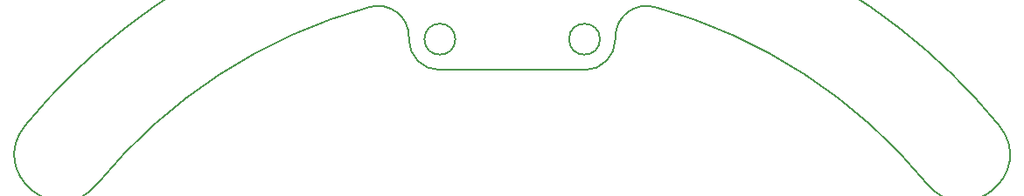
<source format=gbr>
%TF.GenerationSoftware,KiCad,Pcbnew,7.0.6*%
%TF.CreationDate,2023-07-09T17:07:21+09:00*%
%TF.ProjectId,robotrace_v2_Linesensor,726f626f-7472-4616-9365-5f76325f4c69,rev?*%
%TF.SameCoordinates,Original*%
%TF.FileFunction,Profile,NP*%
%FSLAX46Y46*%
G04 Gerber Fmt 4.6, Leading zero omitted, Abs format (unit mm)*
G04 Created by KiCad (PCBNEW 7.0.6) date 2023-07-09 17:07:21*
%MOMM*%
%LPD*%
G01*
G04 APERTURE LIST*
%TA.AperFunction,Profile*%
%ADD10C,0.200000*%
%TD*%
G04 APERTURE END LIST*
D10*
X47126148Y38487257D02*
G75*
G03*
X-47126148Y38487257I-47126148J-38487252D01*
G01*
X10000000Y46845238D02*
X10000000Y47083514D01*
X13798442Y49975318D02*
G75*
G03*
X10000000Y47083514I-798472J-2891758D01*
G01*
X40155423Y32794366D02*
G75*
G03*
X13798440Y49975310I-40155418J-32794354D01*
G01*
X-7000000Y43845238D02*
X7000000Y43845238D01*
X40155421Y32794363D02*
G75*
G03*
X47126148Y38487257I3485339J2846477D01*
G01*
X-5500000Y46845238D02*
G75*
G03*
X-5500000Y46845238I-1500000J0D01*
G01*
X-10000000Y46845238D02*
G75*
G03*
X-7000000Y43845238I3000001J1D01*
G01*
X-13798440Y49975311D02*
G75*
G03*
X-40155424Y32794366I13798450J-49975321D01*
G01*
X7000000Y43845240D02*
G75*
G03*
X10000000Y46845238I0J3000000D01*
G01*
X-10000000Y47083514D02*
X-10000000Y46845238D01*
X-10000001Y47083514D02*
G75*
G03*
X-13798440Y49975311I-2999999J0D01*
G01*
X8500000Y46845238D02*
G75*
G03*
X8500000Y46845238I-1500000J0D01*
G01*
X-47126147Y38487256D02*
G75*
G03*
X-40155425Y32794366I3485361J-2846445D01*
G01*
M02*

</source>
